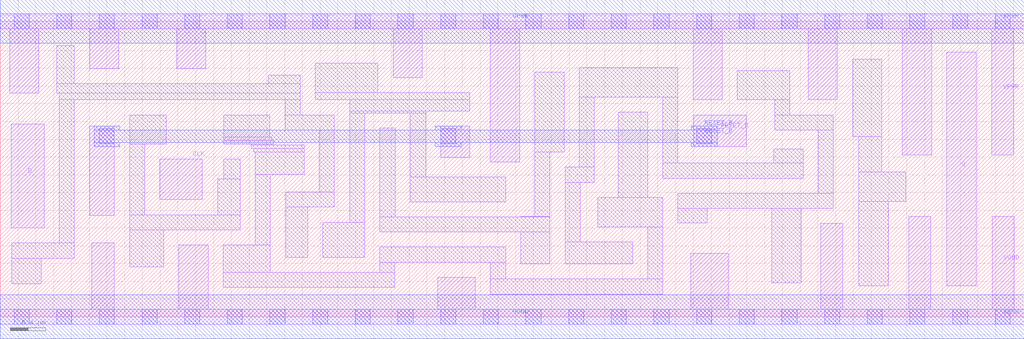
<source format=lef>
# Copyright 2020 The SkyWater PDK Authors
#
# Licensed under the Apache License, Version 2.0 (the "License");
# you may not use this file except in compliance with the License.
# You may obtain a copy of the License at
#
#     https://www.apache.org/licenses/LICENSE-2.0
#
# Unless required by applicable law or agreed to in writing, software
# distributed under the License is distributed on an "AS IS" BASIS,
# WITHOUT WARRANTIES OR CONDITIONS OF ANY KIND, either express or implied.
# See the License for the specific language governing permissions and
# limitations under the License.
#
# SPDX-License-Identifier: Apache-2.0

VERSION 5.7 ;
  NAMESCASESENSITIVE ON ;
  NOWIREEXTENSIONATPIN ON ;
  DIVIDERCHAR "/" ;
  BUSBITCHARS "[]" ;
UNITS
  DATABASE MICRONS 200 ;
END UNITS
MACRO sky130_fd_sc_ms__dfrtp_2
  CLASS CORE ;
  SOURCE USER ;
  FOREIGN sky130_fd_sc_ms__dfrtp_2 ;
  ORIGIN  0.000000  0.000000 ;
  SIZE  11.52000 BY  3.330000 ;
  SYMMETRY X Y R90 ;
  SITE unit ;
  PIN D
    ANTENNAGATEAREA  0.138600 ;
    DIRECTION INPUT ;
    USE SIGNAL ;
    PORT
      LAYER li1 ;
        RECT 0.125000 1.000000 0.495000 2.170000 ;
    END
  END D
  PIN Q
    ANTENNADIFFAREA  0.509600 ;
    DIRECTION OUTPUT ;
    USE SIGNAL ;
    PORT
      LAYER li1 ;
        RECT 10.650000 0.350000 10.980000 2.980000 ;
    END
  END Q
  PIN RESET_B
    ANTENNAGATEAREA  0.415800 ;
    DIRECTION INPUT ;
    USE SIGNAL ;
    PORT
      LAYER li1 ;
        RECT 1.005000 1.140000 1.285000 2.150000 ;
        RECT 4.955000 1.795000 5.285000 2.150000 ;
        RECT 7.805000 1.920000 8.395000 2.275000 ;
      LAYER mcon ;
        RECT 1.115000 1.950000 1.285000 2.120000 ;
        RECT 4.955000 1.950000 5.125000 2.120000 ;
        RECT 7.835000 1.950000 8.005000 2.120000 ;
      LAYER met1 ;
        RECT 1.055000 1.920000 1.345000 1.965000 ;
        RECT 1.055000 1.965000 8.065000 2.105000 ;
        RECT 1.055000 2.105000 1.345000 2.150000 ;
        RECT 4.895000 1.920000 5.185000 1.965000 ;
        RECT 4.895000 2.105000 5.185000 2.150000 ;
        RECT 7.775000 1.920000 8.065000 1.965000 ;
        RECT 7.775000 2.105000 8.065000 2.150000 ;
    END
  END RESET_B
  PIN CLK
    ANTENNAGATEAREA  0.312600 ;
    DIRECTION INPUT ;
    USE CLOCK ;
    PORT
      LAYER li1 ;
        RECT 1.795000 1.320000 2.275000 1.775000 ;
        RECT 2.045000 1.775000 2.275000 1.780000 ;
    END
  END CLK
  PIN VGND
    DIRECTION INOUT ;
    USE GROUND ;
    PORT
      LAYER li1 ;
        RECT  0.000000 -0.085000 11.520000 0.085000 ;
        RECT  1.030000  0.085000  1.280000 0.830000 ;
        RECT  2.010000  0.085000  2.340000 0.810000 ;
        RECT  4.920000  0.085000  5.345000 0.445000 ;
        RECT  7.770000  0.085000  8.190000 0.715000 ;
        RECT  9.230000  0.085000  9.480000 1.050000 ;
        RECT 10.220000  0.085000 10.470000 1.130000 ;
        RECT 11.160000  0.085000 11.410000 1.130000 ;
      LAYER mcon ;
        RECT  0.155000 -0.085000  0.325000 0.085000 ;
        RECT  0.635000 -0.085000  0.805000 0.085000 ;
        RECT  1.115000 -0.085000  1.285000 0.085000 ;
        RECT  1.595000 -0.085000  1.765000 0.085000 ;
        RECT  2.075000 -0.085000  2.245000 0.085000 ;
        RECT  2.555000 -0.085000  2.725000 0.085000 ;
        RECT  3.035000 -0.085000  3.205000 0.085000 ;
        RECT  3.515000 -0.085000  3.685000 0.085000 ;
        RECT  3.995000 -0.085000  4.165000 0.085000 ;
        RECT  4.475000 -0.085000  4.645000 0.085000 ;
        RECT  4.955000 -0.085000  5.125000 0.085000 ;
        RECT  5.435000 -0.085000  5.605000 0.085000 ;
        RECT  5.915000 -0.085000  6.085000 0.085000 ;
        RECT  6.395000 -0.085000  6.565000 0.085000 ;
        RECT  6.875000 -0.085000  7.045000 0.085000 ;
        RECT  7.355000 -0.085000  7.525000 0.085000 ;
        RECT  7.835000 -0.085000  8.005000 0.085000 ;
        RECT  8.315000 -0.085000  8.485000 0.085000 ;
        RECT  8.795000 -0.085000  8.965000 0.085000 ;
        RECT  9.275000 -0.085000  9.445000 0.085000 ;
        RECT  9.755000 -0.085000  9.925000 0.085000 ;
        RECT 10.235000 -0.085000 10.405000 0.085000 ;
        RECT 10.715000 -0.085000 10.885000 0.085000 ;
        RECT 11.195000 -0.085000 11.365000 0.085000 ;
      LAYER met1 ;
        RECT 0.000000 -0.245000 11.520000 0.245000 ;
    END
  END VGND
  PIN VPWR
    DIRECTION INOUT ;
    USE POWER ;
    PORT
      LAYER li1 ;
        RECT  0.000000 3.245000 11.520000 3.415000 ;
        RECT  0.105000 2.520000  0.435000 3.245000 ;
        RECT  1.005000 2.795000  1.335000 3.245000 ;
        RECT  1.985000 2.795000  2.315000 3.245000 ;
        RECT  4.420000 2.695000  4.750000 3.245000 ;
        RECT  5.515000 1.745000  5.845000 3.245000 ;
        RECT  7.795000 2.445000  8.125000 3.245000 ;
        RECT  9.090000 2.445000  9.420000 3.245000 ;
        RECT 10.150000 1.820000 10.480000 3.245000 ;
        RECT 11.155000 1.820000 11.405000 3.245000 ;
      LAYER mcon ;
        RECT  0.155000 3.245000  0.325000 3.415000 ;
        RECT  0.635000 3.245000  0.805000 3.415000 ;
        RECT  1.115000 3.245000  1.285000 3.415000 ;
        RECT  1.595000 3.245000  1.765000 3.415000 ;
        RECT  2.075000 3.245000  2.245000 3.415000 ;
        RECT  2.555000 3.245000  2.725000 3.415000 ;
        RECT  3.035000 3.245000  3.205000 3.415000 ;
        RECT  3.515000 3.245000  3.685000 3.415000 ;
        RECT  3.995000 3.245000  4.165000 3.415000 ;
        RECT  4.475000 3.245000  4.645000 3.415000 ;
        RECT  4.955000 3.245000  5.125000 3.415000 ;
        RECT  5.435000 3.245000  5.605000 3.415000 ;
        RECT  5.915000 3.245000  6.085000 3.415000 ;
        RECT  6.395000 3.245000  6.565000 3.415000 ;
        RECT  6.875000 3.245000  7.045000 3.415000 ;
        RECT  7.355000 3.245000  7.525000 3.415000 ;
        RECT  7.835000 3.245000  8.005000 3.415000 ;
        RECT  8.315000 3.245000  8.485000 3.415000 ;
        RECT  8.795000 3.245000  8.965000 3.415000 ;
        RECT  9.275000 3.245000  9.445000 3.415000 ;
        RECT  9.755000 3.245000  9.925000 3.415000 ;
        RECT 10.235000 3.245000 10.405000 3.415000 ;
        RECT 10.715000 3.245000 10.885000 3.415000 ;
        RECT 11.195000 3.245000 11.365000 3.415000 ;
      LAYER met1 ;
        RECT 0.000000 3.085000 11.520000 3.575000 ;
    END
  END VPWR
  OBS
    LAYER li1 ;
      RECT 0.130000 0.370000  0.460000 0.660000 ;
      RECT 0.130000 0.660000  0.835000 0.830000 ;
      RECT 0.635000 2.520000  3.375000 2.625000 ;
      RECT 0.635000 2.625000  0.835000 3.055000 ;
      RECT 0.665000 0.830000  0.835000 2.445000 ;
      RECT 0.665000 2.445000  3.375000 2.520000 ;
      RECT 1.455000 0.560000  1.840000 0.980000 ;
      RECT 1.455000 0.980000  2.700000 1.150000 ;
      RECT 1.455000 1.150000  1.625000 1.945000 ;
      RECT 1.455000 1.945000  1.865000 2.275000 ;
      RECT 2.445000 1.150000  2.700000 1.550000 ;
      RECT 2.510000 0.330000  4.440000 0.500000 ;
      RECT 2.510000 0.500000  3.040000 0.810000 ;
      RECT 2.515000 1.550000  2.700000 1.775000 ;
      RECT 2.515000 1.945000  3.080000 1.985000 ;
      RECT 2.515000 1.985000  3.055000 2.025000 ;
      RECT 2.515000 2.025000  3.035000 2.275000 ;
      RECT 2.825000 1.895000  3.420000 1.935000 ;
      RECT 2.825000 1.935000  3.080000 1.945000 ;
      RECT 2.850000 1.855000  3.420000 1.895000 ;
      RECT 2.870000 0.810000  3.040000 1.605000 ;
      RECT 2.870000 1.605000  3.420000 1.855000 ;
      RECT 3.015000 2.625000  3.375000 2.725000 ;
      RECT 3.205000 2.105000  3.760000 2.275000 ;
      RECT 3.205000 2.275000  3.375000 2.445000 ;
      RECT 3.210000 0.670000  3.460000 1.235000 ;
      RECT 3.210000 1.235000  3.760000 1.405000 ;
      RECT 3.545000 2.445000  5.285000 2.525000 ;
      RECT 3.545000 2.525000  4.250000 2.860000 ;
      RECT 3.590000 1.405000  3.760000 2.105000 ;
      RECT 3.630000 0.670000  4.100000 1.065000 ;
      RECT 3.930000 1.065000  4.100000 2.295000 ;
      RECT 3.930000 2.295000  4.785000 2.320000 ;
      RECT 3.930000 2.320000  5.285000 2.445000 ;
      RECT 4.270000 0.500000  4.440000 0.615000 ;
      RECT 4.270000 0.615000  5.685000 0.785000 ;
      RECT 4.270000 0.955000  6.185000 1.125000 ;
      RECT 4.270000 1.125000  4.445000 2.125000 ;
      RECT 4.615000 1.295000  5.685000 1.575000 ;
      RECT 4.615000 1.575000  4.785000 2.295000 ;
      RECT 5.515000 0.255000  7.455000 0.425000 ;
      RECT 5.515000 0.425000  5.685000 0.615000 ;
      RECT 5.855000 0.595000  6.185000 0.955000 ;
      RECT 5.855000 1.125000  6.185000 1.130000 ;
      RECT 6.015000 1.130000  6.185000 1.855000 ;
      RECT 6.015000 1.855000  6.345000 2.755000 ;
      RECT 6.355000 0.595000  7.115000 0.845000 ;
      RECT 6.355000 0.845000  6.525000 1.515000 ;
      RECT 6.355000 1.515000  6.685000 1.685000 ;
      RECT 6.515000 1.685000  6.685000 2.475000 ;
      RECT 6.515000 2.475000  7.625000 2.805000 ;
      RECT 6.725000 1.015000  7.455000 1.345000 ;
      RECT 6.955000 1.345000  7.285000 2.305000 ;
      RECT 7.285000 0.425000  7.455000 1.015000 ;
      RECT 7.455000 1.560000  9.035000 1.730000 ;
      RECT 7.455000 1.730000  7.625000 2.475000 ;
      RECT 7.625000 1.060000  7.955000 1.220000 ;
      RECT 7.625000 1.220000  9.375000 1.390000 ;
      RECT 8.295000 2.445000  8.885000 2.775000 ;
      RECT 8.680000 0.385000  9.010000 1.220000 ;
      RECT 8.705000 1.730000  9.035000 1.890000 ;
      RECT 8.715000 2.105000  9.375000 2.275000 ;
      RECT 8.715000 2.275000  8.885000 2.445000 ;
      RECT 9.205000 1.390000  9.375000 2.105000 ;
      RECT 9.590000 2.030000  9.920000 2.905000 ;
      RECT 9.660000 0.350000  9.990000 1.300000 ;
      RECT 9.660000 1.300000 10.190000 1.630000 ;
      RECT 9.660000 1.630000  9.920000 2.030000 ;
  END
END sky130_fd_sc_ms__dfrtp_2

</source>
